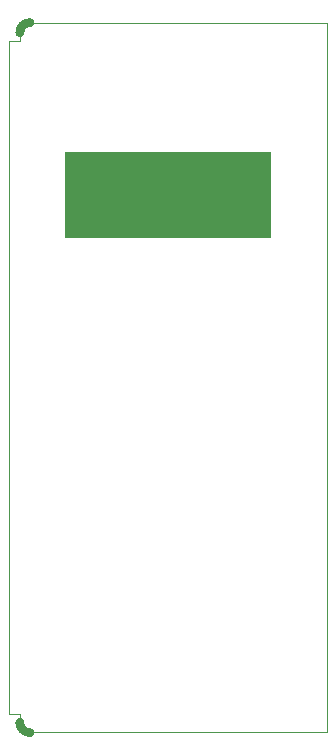
<source format=gko>
G04*
G04 #@! TF.GenerationSoftware,Altium Limited,Altium Designer,21.0.8 (223)*
G04*
G04 Layer_Color=16711935*
%FSLAX44Y44*%
%MOMM*%
G71*
G04*
G04 #@! TF.SameCoordinates,BC6D3639-D4A0-4107-B96B-A8576DDDF865*
G04*
G04*
G04 #@! TF.FilePolarity,Positive*
G04*
G01*
G75*
%ADD13C,0.1000*%
%ADD103C,0.7500*%
%ADD143R,17.4000X7.4000*%
D13*
X10000Y8000D02*
G03*
X18000Y0I8000J0D01*
G01*
Y600000D02*
G03*
X10000Y592000I0J-8000D01*
G01*
Y8000D02*
Y15000D01*
X18000Y-0D02*
X270000Y0D01*
X10000Y585000D02*
Y592000D01*
X18000Y600000D02*
X270000D01*
X-0Y585000D02*
X-0Y15000D01*
X0Y585000D02*
X10000D01*
X0Y15000D02*
X10000D01*
X270000Y0D02*
Y330000D01*
Y600000D01*
D103*
X9456Y8000D02*
G03*
X18000Y-544I8544J0D01*
G01*
Y600544D02*
G03*
X9456Y592000I0J-8544D01*
G01*
D143*
X135000Y455000D02*
D03*
M02*

</source>
